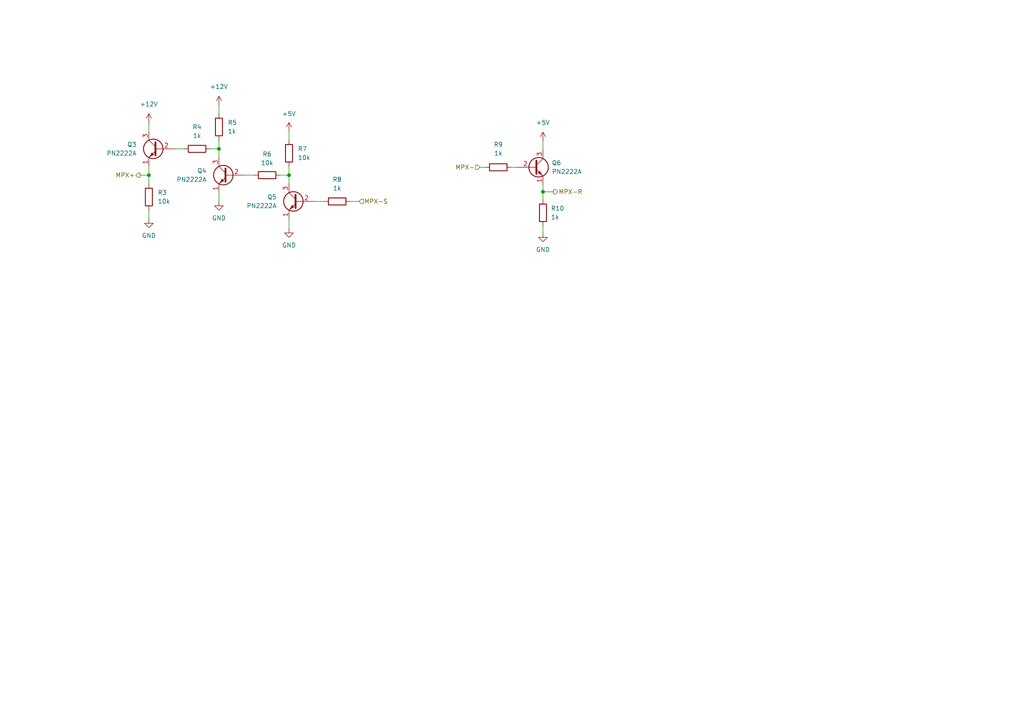
<source format=kicad_sch>
(kicad_sch (version 20211123) (generator eeschema)
  (paper "A4")
  (lib_symbols
    (symbol "Device:R" (pin_numbers hide) (pin_names (offset 0))
      (property "Reference" "R" (at 2.032 0 90))
      (property "Value" "R" (at 0 0 90))
      (symbol "R_0_1"
        (rectangle (start -1.016 -2.54) (end 1.016 2.54) (stroke (width 0.254)))
      )
      (symbol "R_1_1"
        (pin passive line (at 0 3.81 270) (length 1.27) (name "~") (number "1"))
        (pin passive line (at 0 -3.81 90) (length 1.27) (name "~") (number "2"))
      )
    )
    (symbol "Transistor_BJT:PN2222A" (pin_names (offset 0) hide)
      (property "Reference" "Q" (at 5.08 1.905 0))
      (property "Value" "PN2222A" (at 5.08 0 0))
      (symbol "PN2222A_0_1"
        (polyline (pts (xy 0 0) (xy 0.635 0)))
        (polyline (pts (xy 2.54 -2.54) (xy 0.635 -0.635)))
        (polyline (pts (xy 2.54 2.54) (xy 0.635 0.635)))
        (polyline (pts (xy 0.635 1.905) (xy 0.635 -1.905) (xy 0.635 -1.905)) (stroke (width 0.508)))
        (polyline (pts (xy 2.413 -2.413) (xy 1.905 -1.905) (xy 1.905 -1.905)))
        (polyline (pts (xy 1.143 -1.651) (xy 1.651 -1.143) (xy 2.159 -2.159) (xy 1.143 -1.651) (xy 1.143 -1.651)) (fill (type outline)))
        (circle (center 1.27 0) (radius 2.8194) (stroke (width 0.254)))
      )
      (symbol "PN2222A_1_1"
        (pin passive line (at 2.54 -5.08 90) (length 2.54) (name "E") (number "1"))
        (pin input line (at -5.08 0 0) (length 5.08) (name "B") (number "2"))
        (pin passive line (at 2.54 5.08 270) (length 2.54) (name "C") (number "3"))
      )
    )
    (symbol "power:+12V" (power) (pin_names (offset 0))
      (property "Value" "+12V" (at 0 3.556 0))
      (symbol "+12V_0_1"
        (polyline (pts (xy -0.762 1.27) (xy 0 2.54)))
        (polyline (pts (xy 0 0) (xy 0 2.54)))
        (polyline (pts (xy 0 2.54) (xy 0.762 1.27)))
      )
      (symbol "+12V_1_1"
        (pin power_in line (at 0 0 90) (length 0) hide (name "+12V") (number "1"))
      )
    )
    (symbol "power:+5V" (power) (pin_names (offset 0))
      (property "Value" "+5V" (at 0 3.556 0))
      (symbol "+5V_0_1"
        (polyline (pts (xy -0.762 1.27) (xy 0 2.54)))
        (polyline (pts (xy 0 0) (xy 0 2.54)))
        (polyline (pts (xy 0 2.54) (xy 0.762 1.27)))
      )
      (symbol "+5V_1_1"
        (pin power_in line (at 0 0 90) (length 0) hide (name "+5V") (number "1"))
      )
    )
    (symbol "power:GND" (power) (pin_names (offset 0))
      (property "Value" "GND" (at 0 -3.81 0))
      (symbol "GND_0_1"
        (polyline (pts (xy 0 0) (xy 0 -1.27) (xy 1.27 -1.27) (xy 0 -2.54) (xy -1.27 -1.27) (xy 0 -1.27)))
      )
      (symbol "GND_1_1"
        (pin power_in line (at 0 0 270) (length 0) hide (name "GND") (number "1"))
      )
    )
  )
  (junction (at 63.5 43.18))
  (junction (at 83.82 50.8))
  (junction (at 43.18 50.8))
  (junction (at 157.48 55.626))
  (wire (pts (xy 101.6 58.42) (xy 104.14 58.42)))
  (wire (pts (xy 83.82 63.5) (xy 83.82 66.294)))
  (wire (pts (xy 157.48 40.894) (xy 157.48 43.434)))
  (wire (pts (xy 157.48 65.532) (xy 157.48 67.564)))
  (wire (pts (xy 43.18 48.26) (xy 43.18 50.8)))
  (wire (pts (xy 43.18 35.56) (xy 43.18 38.1)))
  (wire (pts (xy 81.28 50.8) (xy 83.82 50.8)))
  (wire (pts (xy 83.82 50.8) (xy 83.82 53.34)))
  (wire (pts (xy 43.18 50.8) (xy 43.18 53.34)))
  (wire (pts (xy 43.18 60.96) (xy 43.18 63.5)))
  (wire (pts (xy 63.5 30.48) (xy 63.5 33.02)))
  (wire (pts (xy 83.82 48.26) (xy 83.82 50.8)))
  (wire (pts (xy 157.48 55.626) (xy 157.48 57.912)))
  (wire (pts (xy 157.48 55.626) (xy 160.528 55.626)))
  (wire (pts (xy 83.82 38.1) (xy 83.82 40.64)))
  (wire (pts (xy 139.192 48.514) (xy 140.716 48.514)))
  (wire (pts (xy 157.48 53.594) (xy 157.48 55.626)))
  (wire (pts (xy 63.5 40.64) (xy 63.5 43.18)))
  (wire (pts (xy 63.5 43.18) (xy 63.5 45.72)))
  (wire (pts (xy 91.44 58.42) (xy 93.98 58.42)))
  (wire (pts (xy 50.8 43.18) (xy 53.34 43.18)))
  (wire (pts (xy 71.12 50.8) (xy 73.66 50.8)))
  (wire (pts (xy 60.96 43.18) (xy 63.5 43.18)))
  (wire (pts (xy 40.64 50.8) (xy 43.18 50.8)))
  (wire (pts (xy 148.336 48.514) (xy 149.86 48.514)))
  (wire (pts (xy 63.5 55.88) (xy 63.5 58.42)))
  (hierarchical_label "MPX+" (shape output) (at 40.64 50.8 180))
  (hierarchical_label "MPX-S" (shape input) (at 104.14 58.42 0))
  (hierarchical_label "MPX-" (shape input) (at 139.192 48.514 180))
  (hierarchical_label "MPX-R" (shape output) (at 160.528 55.626 0))
  (symbol (lib_id "Device:R") (at 97.79 58.42 90) (unit 1)
    (property "Reference" "R8" (at 97.79 52.07 90))
    (property "Value" "1k" (at 97.79 54.61 90))
  )
  (symbol (lib_id "Device:R") (at 43.18 57.15 180) (unit 1)
    (property "Reference" "R3" (at 45.72 55.8799 0) (effects (justify right)))
    (property "Value" "10k" (at 45.72 58.4199 0) (effects (justify right)))
  )
  (symbol (lib_id "Device:R") (at 77.47 50.8 90) (unit 1)
    (property "Reference" "R6" (at 77.47 44.704 90))
    (property "Value" "10k" (at 77.47 47.244 90))
  )
  (symbol (lib_id "Device:R") (at 57.15 43.18 90) (unit 1)
    (property "Reference" "R4" (at 57.15 36.83 90))
    (property "Value" "1k" (at 57.15 39.37 90))
  )
  (symbol (lib_id "Device:R") (at 157.48 61.722 180) (unit 1)
    (property "Reference" "R10" (at 159.766 60.4519 0) (effects (justify right)))
    (property "Value" "1k" (at 159.766 62.9919 0) (effects (justify right)))
  )
  (symbol (lib_id "Transistor_BJT:PN2222A") (at 66.04 50.8 0) (mirror y) (unit 1)
    (property "Reference" "Q4" (at 59.944 49.5299 0) (effects (justify left)))
    (property "Value" "PN2222A" (at 59.944 52.0699 0) (effects (justify left)))
    (property "Footprint" "Package_TO_SOT_THT:TO-92_Inline" (effects hide))
    (property "Datasheet" "https://www.onsemi.com/pub/Collateral/PN2222-D.PDF" (effects hide))
  )
  (symbol (lib_id "Device:R") (at 144.526 48.514 90) (unit 1)
    (property "Reference" "R9" (at 144.526 41.91 90))
    (property "Value" "1k" (at 144.526 44.45 90))
  )
  (symbol (lib_id "Device:R") (at 63.5 36.83 0) (mirror y) (unit 1)
    (property "Reference" "R5" (at 66.04 35.5599 0) (effects (justify right)))
    (property "Value" "1k" (at 66.04 38.0999 0) (effects (justify right)))
  )
  (symbol (lib_id "power:GND") (at 157.48 67.564 0) (unit 1)
    (property "Reference" "#PWR0121" (effects hide))
    (property "Value" "GND" (at 157.48 72.39 0))
  )
  (symbol (lib_id "power:+5V") (at 157.48 40.894 0) (unit 1)
    (property "Reference" "#PWR0122" (effects hide))
    (property "Value" "+5V" (at 157.48 35.56 0))
  )
  (symbol (lib_id "power:GND") (at 63.5 58.42 0) (unit 1)
    (property "Reference" "#PWR0118" (effects hide))
    (property "Value" "GND" (at 63.5 63.246 0))
  )
  (symbol (lib_id "power:GND") (at 43.18 63.5 0) (unit 1)
    (property "Reference" "#PWR0116" (effects hide))
    (property "Value" "GND" (at 43.18 68.326 0))
  )
  (symbol (lib_id "power:+12V") (at 43.18 35.56 0) (unit 1)
    (property "Reference" "#PWR0117" (effects hide))
    (property "Value" "+12V" (at 43.18 30.226 0))
  )
  (symbol (lib_id "power:+5V") (at 83.82 38.1 0) (unit 1)
    (property "Reference" "#PWR0115" (effects hide))
    (property "Value" "+5V" (at 83.82 33.02 0))
  )
  (symbol (lib_id "Transistor_BJT:PN2222A") (at 154.94 48.514 0) (unit 1)
    (property "Reference" "Q6" (at 160.02 47.2439 0) (effects (justify left)))
    (property "Value" "PN2222A" (at 160.02 49.7839 0) (effects (justify left)))
    (property "Footprint" "Package_TO_SOT_THT:TO-92_Inline" (effects hide))
    (property "Datasheet" "https://www.onsemi.com/pub/Collateral/PN2222-D.PDF" (effects hide))
  )
  (symbol (lib_id "Device:R") (at 83.82 44.45 0) (unit 1)
    (property "Reference" "R7" (at 86.36 43.1799 0) (effects (justify left)))
    (property "Value" "10k" (at 86.36 45.7199 0) (effects (justify left)))
  )
  (symbol (lib_id "power:GND") (at 83.82 66.294 0) (unit 1)
    (property "Reference" "#PWR0120" (effects hide))
    (property "Value" "GND" (at 83.82 71.12 0))
  )
  (symbol (lib_id "Transistor_BJT:PN2222A") (at 45.72 43.18 0) (mirror y) (unit 1)
    (property "Reference" "Q3" (at 39.624 41.9099 0) (effects (justify left)))
    (property "Value" "PN2222A" (at 39.624 44.4499 0) (effects (justify left)))
    (property "Footprint" "Package_TO_SOT_THT:TO-92_Inline" (effects hide))
    (property "Datasheet" "https://www.onsemi.com/pub/Collateral/PN2222-D.PDF" (effects hide))
  )
  (symbol (lib_id "Transistor_BJT:PN2222A") (at 86.36 58.42 0) (mirror y) (unit 1)
    (property "Reference" "Q5" (at 80.264 57.1499 0) (effects (justify left)))
    (property "Value" "PN2222A" (at 80.264 59.6899 0) (effects (justify left)))
    (property "Footprint" "Package_TO_SOT_THT:TO-92_Inline" (effects hide))
    (property "Datasheet" "https://www.onsemi.com/pub/Collateral/PN2222-D.PDF" (effects hide))
  )
  (symbol (lib_id "power:+12V") (at 63.5 30.48 0) (unit 1)
    (property "Reference" "#PWR0119" (effects hide))
    (property "Value" "+12V" (at 63.5 25.146 0))
  )
)
</source>
